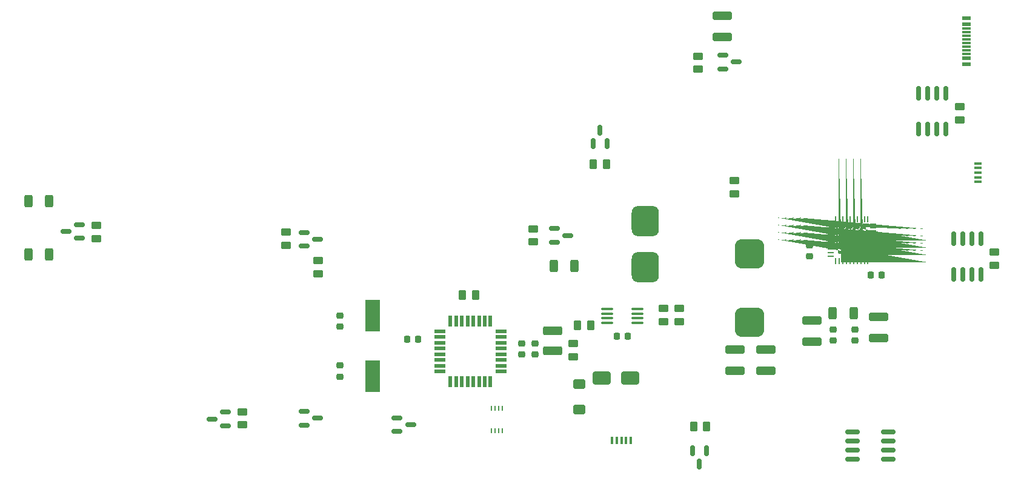
<source format=gbr>
%TF.GenerationSoftware,KiCad,Pcbnew,7.0.7-7.0.7~ubuntu22.04.1*%
%TF.CreationDate,2023-08-16T12:18:28+03:00*%
%TF.ProjectId,xray-v2,78726179-2d76-4322-9e6b-696361645f70,rev?*%
%TF.SameCoordinates,Original*%
%TF.FileFunction,Paste,Top*%
%TF.FilePolarity,Positive*%
%FSLAX46Y46*%
G04 Gerber Fmt 4.6, Leading zero omitted, Abs format (unit mm)*
G04 Created by KiCad (PCBNEW 7.0.7-7.0.7~ubuntu22.04.1) date 2023-08-16 12:18:28*
%MOMM*%
%LPD*%
G01*
G04 APERTURE LIST*
G04 Aperture macros list*
%AMRoundRect*
0 Rectangle with rounded corners*
0 $1 Rounding radius*
0 $2 $3 $4 $5 $6 $7 $8 $9 X,Y pos of 4 corners*
0 Add a 4 corners polygon primitive as box body*
4,1,4,$2,$3,$4,$5,$6,$7,$8,$9,$2,$3,0*
0 Add four circle primitives for the rounded corners*
1,1,$1+$1,$2,$3*
1,1,$1+$1,$4,$5*
1,1,$1+$1,$6,$7*
1,1,$1+$1,$8,$9*
0 Add four rect primitives between the rounded corners*
20,1,$1+$1,$2,$3,$4,$5,0*
20,1,$1+$1,$4,$5,$6,$7,0*
20,1,$1+$1,$6,$7,$8,$9,0*
20,1,$1+$1,$8,$9,$2,$3,0*%
%AMFreePoly0*
4,1,57,0.261296,0.442772,0.269672,0.444099,0.291600,0.432926,0.315006,0.425321,0.319990,0.418460,0.327546,0.414611,0.414611,0.327546,0.418460,0.319990,0.425321,0.315006,0.432926,0.291600,0.444099,0.269672,0.442772,0.261296,0.445393,0.253232,0.445393,-0.253232,0.442772,-0.261296,0.444099,-0.269672,0.432926,-0.291600,0.425321,-0.315006,0.418460,-0.319990,0.414611,-0.327546,
0.327546,-0.414611,0.319990,-0.418460,0.315006,-0.425321,0.291600,-0.432926,0.269672,-0.444099,0.261296,-0.442772,0.253232,-0.445393,-0.253232,-0.445393,-0.261296,-0.442772,-0.269672,-0.444099,-0.291600,-0.432926,-0.315006,-0.425321,-0.319990,-0.418460,-0.327546,-0.414611,-0.414611,-0.327546,-0.418460,-0.319990,-0.425321,-0.315006,-0.432926,-0.291600,-0.444099,-0.269672,-0.442772,-0.261296,
-0.445393,-0.253232,-0.445393,0.253232,-0.442772,0.261296,-0.444099,0.269672,-0.432926,0.291600,-0.425321,0.315006,-0.418460,0.319990,-0.414611,0.327546,-0.327546,0.414611,-0.319990,0.418460,-0.315006,0.425321,-0.291600,0.432926,-0.269672,0.444099,-0.261296,0.442772,-0.253232,0.445393,0.253232,0.445393,0.261296,0.442772,0.261296,0.442772,$1*%
G04 Aperture macros list end*
%ADD10RoundRect,0.250000X0.600000X-0.400000X0.600000X0.400000X-0.600000X0.400000X-0.600000X-0.400000X0*%
%ADD11RoundRect,0.250000X-1.000000X-0.650000X1.000000X-0.650000X1.000000X0.650000X-1.000000X0.650000X0*%
%ADD12RoundRect,0.150000X-0.587500X-0.150000X0.587500X-0.150000X0.587500X0.150000X-0.587500X0.150000X0*%
%ADD13RoundRect,0.250000X0.450000X-0.262500X0.450000X0.262500X-0.450000X0.262500X-0.450000X-0.262500X0*%
%ADD14RoundRect,0.952500X-0.952500X1.167500X-0.952500X-1.167500X0.952500X-1.167500X0.952500X1.167500X0*%
%ADD15RoundRect,0.225000X0.225000X0.250000X-0.225000X0.250000X-0.225000X-0.250000X0.225000X-0.250000X0*%
%ADD16RoundRect,0.150000X-0.150000X0.587500X-0.150000X-0.587500X0.150000X-0.587500X0.150000X0.587500X0*%
%ADD17RoundRect,0.225000X-0.250000X0.225000X-0.250000X-0.225000X0.250000X-0.225000X0.250000X0.225000X0*%
%ADD18RoundRect,0.150000X0.587500X0.150000X-0.587500X0.150000X-0.587500X-0.150000X0.587500X-0.150000X0*%
%ADD19RoundRect,0.100000X0.712500X0.100000X-0.712500X0.100000X-0.712500X-0.100000X0.712500X-0.100000X0*%
%ADD20RoundRect,0.250000X-0.450000X0.262500X-0.450000X-0.262500X0.450000X-0.262500X0.450000X0.262500X0*%
%ADD21RoundRect,0.250000X-1.100000X0.325000X-1.100000X-0.325000X1.100000X-0.325000X1.100000X0.325000X0*%
%ADD22RoundRect,1.025000X1.025000X1.025000X-1.025000X1.025000X-1.025000X-1.025000X1.025000X-1.025000X0*%
%ADD23RoundRect,0.225000X0.250000X-0.225000X0.250000X0.225000X-0.250000X0.225000X-0.250000X-0.225000X0*%
%ADD24RoundRect,0.225000X-0.225000X-0.250000X0.225000X-0.250000X0.225000X0.250000X-0.225000X0.250000X0*%
%ADD25R,0.450000X1.050000*%
%ADD26RoundRect,0.250000X1.075000X-0.375000X1.075000X0.375000X-1.075000X0.375000X-1.075000X-0.375000X0*%
%ADD27RoundRect,0.150000X0.150000X-0.587500X0.150000X0.587500X-0.150000X0.587500X-0.150000X-0.587500X0*%
%ADD28RoundRect,0.250000X0.312500X0.625000X-0.312500X0.625000X-0.312500X-0.625000X0.312500X-0.625000X0*%
%ADD29FreePoly0,270.000000*%
%ADD30RoundRect,0.062500X-0.062500X0.350000X-0.062500X-0.350000X0.062500X-0.350000X0.062500X0.350000X0*%
%ADD31RoundRect,0.062500X-0.350000X0.062500X-0.350000X-0.062500X0.350000X-0.062500X0.350000X0.062500X0*%
%ADD32R,1.160000X0.600000*%
%ADD33R,1.160000X0.300000*%
%ADD34RoundRect,0.150000X0.825000X0.150000X-0.825000X0.150000X-0.825000X-0.150000X0.825000X-0.150000X0*%
%ADD35R,1.600000X0.550000*%
%ADD36R,0.550000X1.600000*%
%ADD37R,0.250000X0.750000*%
%ADD38R,1.050000X0.450000*%
%ADD39RoundRect,0.250000X-0.262500X-0.450000X0.262500X-0.450000X0.262500X0.450000X-0.262500X0.450000X0*%
%ADD40RoundRect,0.250000X0.262500X0.450000X-0.262500X0.450000X-0.262500X-0.450000X0.262500X-0.450000X0*%
%ADD41RoundRect,0.150000X0.150000X-0.825000X0.150000X0.825000X-0.150000X0.825000X-0.150000X-0.825000X0*%
%ADD42R,2.000000X4.500000*%
G04 APERTURE END LIST*
D10*
%TO.C,D2*%
X183000000Y-124850000D03*
X183000000Y-121350000D03*
%TD*%
D11*
%TO.C,D1*%
X186100000Y-120500000D03*
X190100000Y-120500000D03*
%TD*%
D12*
%TO.C,Q6*%
X144562500Y-100137500D03*
X144562500Y-102037500D03*
X146437500Y-101087500D03*
%TD*%
D13*
%TO.C,R24*%
X194800000Y-112612500D03*
X194800000Y-110787500D03*
%TD*%
D14*
%TO.C,F1*%
X192200000Y-98540000D03*
X192200000Y-104950000D03*
%TD*%
D15*
%TO.C,C37*%
X189775000Y-114600000D03*
X188225000Y-114600000D03*
%TD*%
D16*
%TO.C,Q14*%
X200750000Y-130662500D03*
X198850000Y-130662500D03*
X199800000Y-132537500D03*
%TD*%
D17*
%TO.C,C35*%
X149600000Y-111725000D03*
X149600000Y-113275000D03*
%TD*%
D13*
%TO.C,R31*%
X135900000Y-127012500D03*
X135900000Y-125187500D03*
%TD*%
D12*
%TO.C,Q13*%
X179500000Y-99600000D03*
X179500000Y-101500000D03*
X181375000Y-100550000D03*
%TD*%
D18*
%TO.C,Q9*%
X113187500Y-100950000D03*
X113187500Y-99050000D03*
X111312500Y-100000000D03*
%TD*%
D17*
%TO.C,C26*%
X221500000Y-113725000D03*
X221500000Y-115275000D03*
%TD*%
D19*
%TO.C,U8*%
X191112500Y-112775000D03*
X191112500Y-112125000D03*
X191112500Y-111475000D03*
X191112500Y-110825000D03*
X186887500Y-110825000D03*
X186887500Y-111475000D03*
X186887500Y-112125000D03*
X186887500Y-112775000D03*
%TD*%
D20*
%TO.C,R1*%
X199600000Y-75512500D03*
X199600000Y-77337500D03*
%TD*%
D21*
%TO.C,C3*%
X203000000Y-69850000D03*
X203000000Y-72800000D03*
%TD*%
D22*
%TO.C,L1*%
X206800000Y-112700000D03*
X206800000Y-103100000D03*
%TD*%
D13*
%TO.C,R33*%
X176607500Y-101462500D03*
X176607500Y-99637500D03*
%TD*%
D20*
%TO.C,R28*%
X115500000Y-99175000D03*
X115500000Y-101000000D03*
%TD*%
D13*
%TO.C,R23*%
X197000000Y-112612500D03*
X197000000Y-110787500D03*
%TD*%
D21*
%TO.C,C16*%
X215500000Y-112425000D03*
X215500000Y-115375000D03*
%TD*%
D23*
%TO.C,C31*%
X175000000Y-117175000D03*
X175000000Y-115625000D03*
%TD*%
D24*
%TO.C,C30*%
X223725000Y-106100000D03*
X225275000Y-106100000D03*
%TD*%
D13*
%TO.C,R3*%
X236200000Y-84412500D03*
X236200000Y-82587500D03*
%TD*%
%TO.C,R2*%
X241025000Y-104692500D03*
X241025000Y-102867500D03*
%TD*%
D17*
%TO.C,C24*%
X218500000Y-113725000D03*
X218500000Y-115275000D03*
%TD*%
D12*
%TO.C,Q1*%
X203062500Y-75375000D03*
X203062500Y-77275000D03*
X204937500Y-76325000D03*
%TD*%
D13*
%TO.C,R19*%
X142000000Y-101912500D03*
X142000000Y-100087500D03*
%TD*%
D18*
%TO.C,Q11*%
X133537500Y-127150000D03*
X133537500Y-125250000D03*
X131662500Y-126200000D03*
%TD*%
D25*
%TO.C,J1*%
X187600497Y-129220000D03*
X188250497Y-129220000D03*
X188900497Y-129220000D03*
X189550497Y-129220000D03*
X190200497Y-129220000D03*
%TD*%
D20*
%TO.C,R20*%
X146500000Y-104087500D03*
X146500000Y-105912500D03*
%TD*%
D26*
%TO.C,L2*%
X179300000Y-116700000D03*
X179300000Y-113900000D03*
%TD*%
D12*
%TO.C,Q10*%
X157562500Y-126050000D03*
X157562500Y-127950000D03*
X159437500Y-127000000D03*
%TD*%
D24*
%TO.C,C32*%
X158925000Y-115100000D03*
X160475000Y-115100000D03*
%TD*%
D27*
%TO.C,Q5*%
X184962500Y-87737500D03*
X186862500Y-87737500D03*
X185912500Y-85862500D03*
%TD*%
D23*
%TO.C,C36*%
X149600000Y-120275000D03*
X149600000Y-118725000D03*
%TD*%
D13*
%TO.C,R8*%
X204700000Y-94712500D03*
X204700000Y-92887500D03*
%TD*%
D21*
%TO.C,C20*%
X209050000Y-116525000D03*
X209050000Y-119475000D03*
%TD*%
D28*
%TO.C,R16*%
X221362500Y-111400000D03*
X218437500Y-111400000D03*
%TD*%
%TO.C,R30*%
X108962500Y-103250000D03*
X106037500Y-103250000D03*
%TD*%
D23*
%TO.C,C19*%
X215200000Y-103475000D03*
X215200000Y-101925000D03*
%TD*%
D29*
%TO.C,U3*%
X222637500Y-99662500D03*
X221612500Y-99662500D03*
X220587500Y-99662500D03*
X219562500Y-99662500D03*
X222637500Y-100687500D03*
X221612500Y-100687500D03*
X220587500Y-100687500D03*
X219562500Y-100687500D03*
X222637500Y-101712500D03*
X221612500Y-101712500D03*
X220587500Y-101712500D03*
X219562500Y-101712500D03*
X222637500Y-102737500D03*
X221612500Y-102737500D03*
X220587500Y-102737500D03*
X219562500Y-102737500D03*
D30*
X223350000Y-98262500D03*
X222850000Y-98262500D03*
X222350000Y-98262500D03*
X221850000Y-98262500D03*
X221350000Y-98262500D03*
X220850000Y-98262500D03*
X220350000Y-98262500D03*
X219850000Y-98262500D03*
X219350000Y-98262500D03*
X218850000Y-98262500D03*
D31*
X218162500Y-98950000D03*
X218162500Y-99450000D03*
X218162500Y-99950000D03*
X218162500Y-100450000D03*
X218162500Y-100950000D03*
X218162500Y-101450000D03*
X218162500Y-101950000D03*
X218162500Y-102450000D03*
X218162500Y-102950000D03*
X218162500Y-103450000D03*
D30*
X218850000Y-104137500D03*
X219350000Y-104137500D03*
X219850000Y-104137500D03*
X220350000Y-104137500D03*
X220850000Y-104137500D03*
X221350000Y-104137500D03*
X221850000Y-104137500D03*
X222350000Y-104137500D03*
X222850000Y-104137500D03*
X223350000Y-104137500D03*
D31*
X224037500Y-103450000D03*
X224037500Y-102950000D03*
X224037500Y-102450000D03*
X224037500Y-101950000D03*
X224037500Y-101450000D03*
X224037500Y-100950000D03*
X224037500Y-100450000D03*
X224037500Y-99950000D03*
X224037500Y-99450000D03*
X224037500Y-98950000D03*
%TD*%
D32*
%TO.C,J4*%
X237110000Y-76600000D03*
X237110000Y-75800000D03*
D33*
X237110000Y-74650000D03*
X237110000Y-73650000D03*
X237110000Y-73150000D03*
X237110000Y-72150000D03*
D32*
X237110000Y-71000000D03*
X237110000Y-70200000D03*
X237110000Y-70200000D03*
X237110000Y-71000000D03*
D33*
X237110000Y-71650000D03*
X237110000Y-72650000D03*
X237110000Y-74150000D03*
X237110000Y-75150000D03*
D32*
X237110000Y-75800000D03*
X237110000Y-76600000D03*
%TD*%
D34*
%TO.C,Q2*%
X226175000Y-131805000D03*
X226175000Y-130535000D03*
X226175000Y-129265000D03*
X226175000Y-127995000D03*
X221225000Y-127995000D03*
X221225000Y-129265000D03*
X221225000Y-130535000D03*
X221225000Y-131805000D03*
%TD*%
D28*
%TO.C,R32*%
X182362500Y-104800000D03*
X179437500Y-104800000D03*
%TD*%
D12*
%TO.C,Q8*%
X144562500Y-125150000D03*
X144562500Y-127050000D03*
X146437500Y-126100000D03*
%TD*%
D35*
%TO.C,U4*%
X163550000Y-113950000D03*
X163550000Y-114750000D03*
X163550000Y-115550000D03*
X163550000Y-116350000D03*
X163550000Y-117150000D03*
X163550000Y-117950000D03*
X163550000Y-118750000D03*
X163550000Y-119550000D03*
D36*
X165000000Y-121000000D03*
X165800000Y-121000000D03*
X166600000Y-121000000D03*
X167400000Y-121000000D03*
X168200000Y-121000000D03*
X169000000Y-121000000D03*
X169800000Y-121000000D03*
X170600000Y-121000000D03*
D35*
X172050000Y-119550000D03*
X172050000Y-118750000D03*
X172050000Y-117950000D03*
X172050000Y-117150000D03*
X172050000Y-116350000D03*
X172050000Y-115550000D03*
X172050000Y-114750000D03*
X172050000Y-113950000D03*
D36*
X170600000Y-112500000D03*
X169800000Y-112500000D03*
X169000000Y-112500000D03*
X168200000Y-112500000D03*
X167400000Y-112500000D03*
X166600000Y-112500000D03*
X165800000Y-112500000D03*
X165000000Y-112500000D03*
%TD*%
D37*
%TO.C,U6*%
X172250000Y-124750000D03*
X171750000Y-124750000D03*
X171250000Y-124750000D03*
X170750000Y-124750000D03*
X170750000Y-127850000D03*
X171250000Y-127850000D03*
X171750000Y-127850000D03*
X172250000Y-127850000D03*
%TD*%
D38*
%TO.C,J2*%
X238740000Y-93075000D03*
X238740000Y-92425000D03*
X238740000Y-91775000D03*
X238740000Y-91125000D03*
X238740000Y-90475000D03*
%TD*%
D39*
%TO.C,R34*%
X198987500Y-127270000D03*
X200812500Y-127270000D03*
%TD*%
D40*
%TO.C,R5*%
X186800000Y-90610000D03*
X184975000Y-90610000D03*
%TD*%
D39*
%TO.C,R25*%
X182787500Y-113100000D03*
X184612500Y-113100000D03*
%TD*%
D41*
%TO.C,Q4*%
X230395000Y-85675000D03*
X231665000Y-85675000D03*
X232935000Y-85675000D03*
X234205000Y-85675000D03*
X234205000Y-80725000D03*
X232935000Y-80725000D03*
X231665000Y-80725000D03*
X230395000Y-80725000D03*
%TD*%
D21*
%TO.C,C28*%
X224800000Y-111925000D03*
X224800000Y-114875000D03*
%TD*%
%TO.C,C21*%
X204800000Y-116525000D03*
X204800000Y-119475000D03*
%TD*%
D23*
%TO.C,C33*%
X176800000Y-117175000D03*
X176800000Y-115625000D03*
%TD*%
D20*
%TO.C,R21*%
X182200000Y-115687500D03*
X182200000Y-117512500D03*
%TD*%
D28*
%TO.C,R29*%
X108962500Y-95750000D03*
X106037500Y-95750000D03*
%TD*%
D41*
%TO.C,Q3*%
X235295000Y-106000000D03*
X236565000Y-106000000D03*
X237835000Y-106000000D03*
X239105000Y-106000000D03*
X239105000Y-101050000D03*
X237835000Y-101050000D03*
X236565000Y-101050000D03*
X235295000Y-101050000D03*
%TD*%
D40*
%TO.C,R22*%
X168512500Y-108900000D03*
X166687500Y-108900000D03*
%TD*%
D42*
%TO.C,Y1*%
X154100000Y-120250000D03*
X154100000Y-111750000D03*
%TD*%
M02*

</source>
